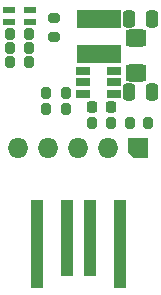
<source format=gbr>
%TF.GenerationSoftware,KiCad,Pcbnew,(6.0.9-0)*%
%TF.CreationDate,2023-01-05T14:11:16+00:00*%
%TF.ProjectId,USBA,55534241-2e6b-4696-9361-645f70636258,1*%
%TF.SameCoordinates,Original*%
%TF.FileFunction,Soldermask,Top*%
%TF.FilePolarity,Negative*%
%FSLAX46Y46*%
G04 Gerber Fmt 4.6, Leading zero omitted, Abs format (unit mm)*
G04 Created by KiCad (PCBNEW (6.0.9-0)) date 2023-01-05 14:11:16*
%MOMM*%
%LPD*%
G01*
G04 APERTURE LIST*
G04 Aperture macros list*
%AMRoundRect*
0 Rectangle with rounded corners*
0 $1 Rounding radius*
0 $2 $3 $4 $5 $6 $7 $8 $9 X,Y pos of 4 corners*
0 Add a 4 corners polygon primitive as box body*
4,1,4,$2,$3,$4,$5,$6,$7,$8,$9,$2,$3,0*
0 Add four circle primitives for the rounded corners*
1,1,$1+$1,$2,$3*
1,1,$1+$1,$4,$5*
1,1,$1+$1,$6,$7*
1,1,$1+$1,$8,$9*
0 Add four rect primitives between the rounded corners*
20,1,$1+$1,$2,$3,$4,$5,0*
20,1,$1+$1,$4,$5,$6,$7,0*
20,1,$1+$1,$6,$7,$8,$9,0*
20,1,$1+$1,$8,$9,$2,$3,0*%
%AMFreePoly0*
4,1,14,0.857071,0.857071,0.860000,0.850000,0.860000,-0.850000,0.857071,-0.857071,0.850000,-0.860000,-0.340000,-0.860000,-0.347071,-0.857071,-0.857071,-0.347071,-0.860000,-0.340000,-0.860000,0.850000,-0.857071,0.857071,-0.850000,0.860000,0.850000,0.860000,0.857071,0.857071,0.857071,0.857071,$1*%
G04 Aperture macros list end*
%ADD10RoundRect,0.210000X-0.200000X-0.275000X0.200000X-0.275000X0.200000X0.275000X-0.200000X0.275000X0*%
%ADD11RoundRect,0.010000X-0.425000X-0.250000X0.425000X-0.250000X0.425000X0.250000X-0.425000X0.250000X0*%
%ADD12RoundRect,0.010000X-0.500000X-3.705000X0.500000X-3.705000X0.500000X3.705000X-0.500000X3.705000X0*%
%ADD13RoundRect,0.010000X-0.500000X-3.205000X0.500000X-3.205000X0.500000X3.205000X-0.500000X3.205000X0*%
%ADD14RoundRect,0.210000X-0.275000X0.200000X-0.275000X-0.200000X0.275000X-0.200000X0.275000X0.200000X0*%
%ADD15RoundRect,0.235000X0.225000X0.250000X-0.225000X0.250000X-0.225000X-0.250000X0.225000X-0.250000X0*%
%ADD16RoundRect,0.259375X0.625625X-0.463125X0.625625X0.463125X-0.625625X0.463125X-0.625625X-0.463125X0*%
%ADD17RoundRect,0.010000X1.850000X0.712500X-1.850000X0.712500X-1.850000X-0.712500X1.850000X-0.712500X0*%
%ADD18RoundRect,0.010000X0.550000X0.300000X-0.550000X0.300000X-0.550000X-0.300000X0.550000X-0.300000X0*%
%ADD19RoundRect,0.260000X-0.250000X-0.475000X0.250000X-0.475000X0.250000X0.475000X-0.250000X0.475000X0*%
%ADD20RoundRect,0.210000X0.200000X0.275000X-0.200000X0.275000X-0.200000X-0.275000X0.200000X-0.275000X0*%
%ADD21FreePoly0,0.000000*%
%ADD22O,1.720000X1.720000*%
G04 APERTURE END LIST*
D10*
%TO.C,R3*%
X115675000Y-109450000D03*
X117325000Y-109450000D03*
%TD*%
D11*
%TO.C,D1*%
X117375000Y-107250000D03*
X115625000Y-107250000D03*
X115625000Y-106250000D03*
X117375000Y-106250000D03*
%TD*%
D10*
%TO.C,R1*%
X115675000Y-108250000D03*
X117325000Y-108250000D03*
%TD*%
%TO.C,R2*%
X115675000Y-110650000D03*
X117325000Y-110650000D03*
%TD*%
D12*
%TO.C,J1*%
X125000000Y-126050000D03*
D13*
X122500000Y-125550000D03*
X120500000Y-125550000D03*
D12*
X118000000Y-126050000D03*
%TD*%
D14*
%TO.C,C4*%
X119400000Y-106925000D03*
X119400000Y-108475000D03*
%TD*%
D10*
%TO.C,R5*%
X118775000Y-113250000D03*
X120425000Y-113250000D03*
%TD*%
D15*
%TO.C,U2*%
X124225000Y-114450000D03*
D16*
X126370000Y-111552500D03*
D17*
X123250000Y-109950000D03*
D18*
X124550000Y-111400000D03*
D15*
X122675000Y-114450000D03*
D18*
X121850000Y-111400000D03*
X124550000Y-113300000D03*
D19*
X125800000Y-113200000D03*
D18*
X124550000Y-112350000D03*
D19*
X127700000Y-106950000D03*
X127700000Y-113200000D03*
D16*
X126370000Y-108587500D03*
D18*
X121850000Y-112350000D03*
D19*
X125800000Y-106950000D03*
D17*
X123250000Y-106950000D03*
D18*
X121850000Y-113300000D03*
%TD*%
D10*
%TO.C,R4*%
X118775000Y-114600000D03*
X120425000Y-114600000D03*
%TD*%
D20*
%TO.C,C5*%
X127425000Y-115800000D03*
X125875000Y-115800000D03*
%TD*%
D10*
%TO.C,R6*%
X122625000Y-115800000D03*
X124275000Y-115800000D03*
%TD*%
D21*
%TO.C,J2*%
X126580000Y-117900000D03*
D22*
X124040000Y-117900000D03*
X121500000Y-117900000D03*
X118960000Y-117900000D03*
X116420000Y-117900000D03*
%TD*%
M02*

</source>
